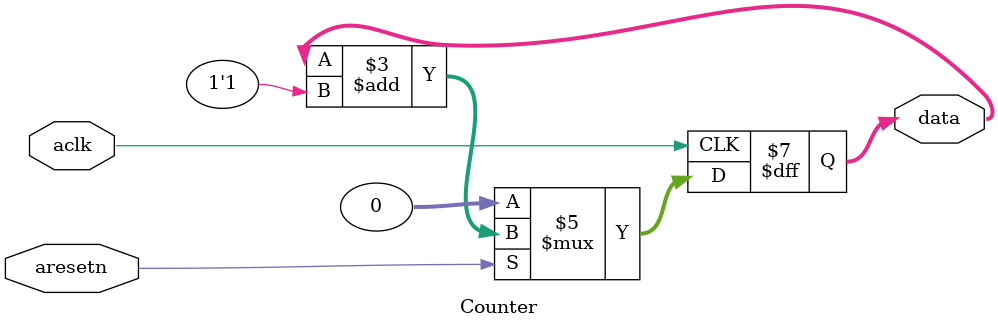
<source format=v>
`timescale 1ns / 1ps

module Counter #(parameter WIDTH = 32)
    (
       input wire aclk,
       input wire aresetn,
       output reg [WIDTH-1:0] data 
    );
    
    //This is some comment
    
    always@(posedge aclk) begin
        if (~aresetn) begin
            data = {WIDTH{1'b0}};
        end else begin
            data = data + 1'b1;
        end
    end
    
endmodule



</source>
